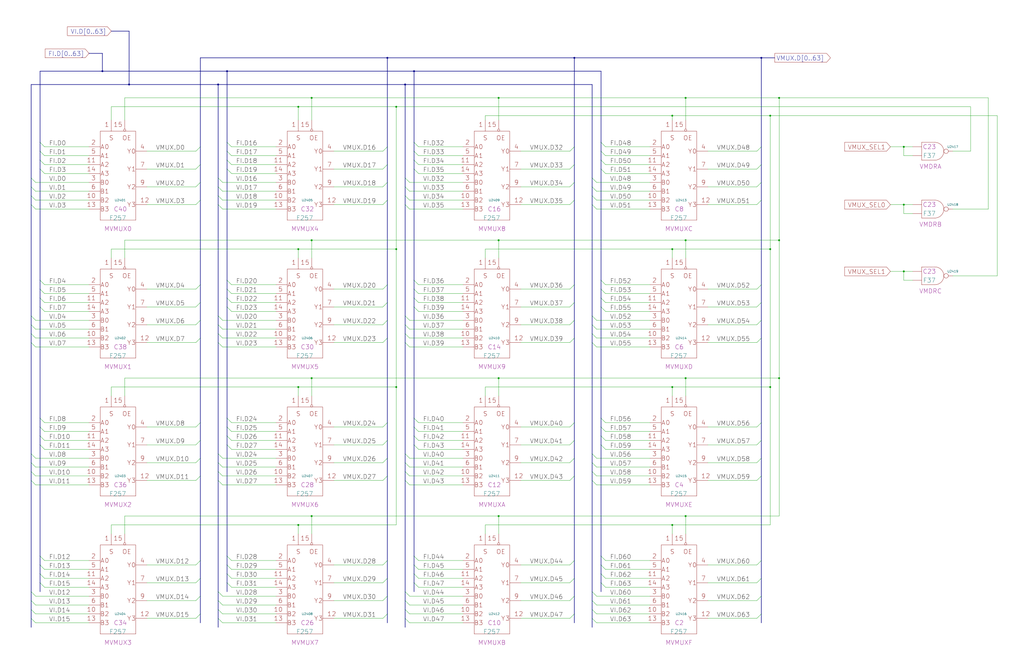
<source format=kicad_sch>
(kicad_sch (version 20211123) (generator eeschema)
  (paper "User" 584.2 378.46)
  (title_block (title "MERGE_VMUX\\nFIU AND VAL PART") (date "20-MAR-90") (rev "1.0") (comment 1 "FIU") (comment 2 "232-003065") (comment 3 "S400") (comment 4 "RELEASED"))
  (bus (pts (xy 114.3 104.14) (xy 114.3 114.3)))
  (bus (pts (xy 114.3 114.3) (xy 114.3 162.56)))
  (bus (pts (xy 114.3 162.56) (xy 114.3 172.72)))
  (bus (pts (xy 114.3 172.72) (xy 114.3 182.88)))
  (bus (pts (xy 114.3 182.88) (xy 114.3 193.04)))
  (bus (pts (xy 114.3 193.04) (xy 114.3 241.3)))
  (bus (pts (xy 114.3 241.3) (xy 114.3 251.46)))
  (bus (pts (xy 114.3 251.46) (xy 114.3 261.62)))
  (bus (pts (xy 114.3 261.62) (xy 114.3 271.78)))
  (bus (pts (xy 114.3 271.78) (xy 114.3 320.04)))
  (bus (pts (xy 114.3 320.04) (xy 114.3 330.2)))
  (bus (pts (xy 114.3 33.02) (xy 114.3 83.82)))
  (bus (pts (xy 114.3 33.02) (xy 220.98 33.02)))
  (bus (pts (xy 114.3 330.2) (xy 114.3 340.36)))
  (bus (pts (xy 114.3 340.36) (xy 114.3 350.52)))
  (bus (pts (xy 114.3 350.52) (xy 114.3 355.6)))
  (bus (pts (xy 114.3 83.82) (xy 114.3 93.98)))
  (bus (pts (xy 114.3 93.98) (xy 114.3 104.14)))
  (bus (pts (xy 124.46 101.6) (xy 124.46 106.68)))
  (bus (pts (xy 124.46 106.68) (xy 124.46 111.76)))
  (bus (pts (xy 124.46 111.76) (xy 124.46 116.84)))
  (bus (pts (xy 124.46 116.84) (xy 124.46 180.34)))
  (bus (pts (xy 124.46 180.34) (xy 124.46 185.42)))
  (bus (pts (xy 124.46 185.42) (xy 124.46 190.5)))
  (bus (pts (xy 124.46 190.5) (xy 124.46 195.58)))
  (bus (pts (xy 124.46 195.58) (xy 124.46 259.08)))
  (bus (pts (xy 124.46 259.08) (xy 124.46 264.16)))
  (bus (pts (xy 124.46 264.16) (xy 124.46 269.24)))
  (bus (pts (xy 124.46 269.24) (xy 124.46 274.32)))
  (bus (pts (xy 124.46 274.32) (xy 124.46 337.82)))
  (bus (pts (xy 124.46 337.82) (xy 124.46 342.9)))
  (bus (pts (xy 124.46 342.9) (xy 124.46 347.98)))
  (bus (pts (xy 124.46 347.98) (xy 124.46 353.06)))
  (bus (pts (xy 124.46 353.06) (xy 124.46 358.14)))
  (bus (pts (xy 124.46 48.26) (xy 124.46 101.6)))
  (bus (pts (xy 124.46 48.26) (xy 231.14 48.26)))
  (bus (pts (xy 129.54 160.02) (xy 129.54 165.1)))
  (bus (pts (xy 129.54 165.1) (xy 129.54 170.18)))
  (bus (pts (xy 129.54 170.18) (xy 129.54 175.26)))
  (bus (pts (xy 129.54 175.26) (xy 129.54 238.76)))
  (bus (pts (xy 129.54 238.76) (xy 129.54 243.84)))
  (bus (pts (xy 129.54 243.84) (xy 129.54 248.92)))
  (bus (pts (xy 129.54 248.92) (xy 129.54 254)))
  (bus (pts (xy 129.54 254) (xy 129.54 317.5)))
  (bus (pts (xy 129.54 317.5) (xy 129.54 322.58)))
  (bus (pts (xy 129.54 322.58) (xy 129.54 327.66)))
  (bus (pts (xy 129.54 327.66) (xy 129.54 332.74)))
  (bus (pts (xy 129.54 332.74) (xy 129.54 337.82)))
  (bus (pts (xy 129.54 40.64) (xy 129.54 81.28)))
  (bus (pts (xy 129.54 40.64) (xy 236.22 40.64)))
  (bus (pts (xy 129.54 81.28) (xy 129.54 86.36)))
  (bus (pts (xy 129.54 86.36) (xy 129.54 91.44)))
  (bus (pts (xy 129.54 91.44) (xy 129.54 96.52)))
  (bus (pts (xy 129.54 96.52) (xy 129.54 160.02)))
  (bus (pts (xy 17.78 101.6) (xy 17.78 106.68)))
  (bus (pts (xy 17.78 106.68) (xy 17.78 111.76)))
  (bus (pts (xy 17.78 111.76) (xy 17.78 116.84)))
  (bus (pts (xy 17.78 116.84) (xy 17.78 180.34)))
  (bus (pts (xy 17.78 180.34) (xy 17.78 185.42)))
  (bus (pts (xy 17.78 185.42) (xy 17.78 190.5)))
  (bus (pts (xy 17.78 190.5) (xy 17.78 195.58)))
  (bus (pts (xy 17.78 195.58) (xy 17.78 259.08)))
  (bus (pts (xy 17.78 259.08) (xy 17.78 264.16)))
  (bus (pts (xy 17.78 264.16) (xy 17.78 269.24)))
  (bus (pts (xy 17.78 269.24) (xy 17.78 274.32)))
  (bus (pts (xy 17.78 274.32) (xy 17.78 337.82)))
  (bus (pts (xy 17.78 337.82) (xy 17.78 342.9)))
  (bus (pts (xy 17.78 342.9) (xy 17.78 347.98)))
  (bus (pts (xy 17.78 347.98) (xy 17.78 353.06)))
  (bus (pts (xy 17.78 353.06) (xy 17.78 358.14)))
  (bus (pts (xy 17.78 48.26) (xy 17.78 101.6)))
  (bus (pts (xy 17.78 48.26) (xy 73.66 48.26)))
  (bus (pts (xy 22.86 160.02) (xy 22.86 165.1)))
  (bus (pts (xy 22.86 165.1) (xy 22.86 170.18)))
  (bus (pts (xy 22.86 170.18) (xy 22.86 175.26)))
  (bus (pts (xy 22.86 175.26) (xy 22.86 238.76)))
  (bus (pts (xy 22.86 238.76) (xy 22.86 243.84)))
  (bus (pts (xy 22.86 243.84) (xy 22.86 248.92)))
  (bus (pts (xy 22.86 248.92) (xy 22.86 254)))
  (bus (pts (xy 22.86 254) (xy 22.86 317.5)))
  (bus (pts (xy 22.86 317.5) (xy 22.86 322.58)))
  (bus (pts (xy 22.86 322.58) (xy 22.86 327.66)))
  (bus (pts (xy 22.86 327.66) (xy 22.86 332.74)))
  (bus (pts (xy 22.86 332.74) (xy 22.86 337.82)))
  (bus (pts (xy 22.86 40.64) (xy 22.86 81.28)))
  (bus (pts (xy 22.86 40.64) (xy 58.42 40.64)))
  (bus (pts (xy 22.86 81.28) (xy 22.86 86.36)))
  (bus (pts (xy 22.86 86.36) (xy 22.86 91.44)))
  (bus (pts (xy 22.86 91.44) (xy 22.86 96.52)))
  (bus (pts (xy 22.86 96.52) (xy 22.86 160.02)))
  (bus (pts (xy 220.98 104.14) (xy 220.98 114.3)))
  (bus (pts (xy 220.98 114.3) (xy 220.98 162.56)))
  (bus (pts (xy 220.98 162.56) (xy 220.98 172.72)))
  (bus (pts (xy 220.98 172.72) (xy 220.98 182.88)))
  (bus (pts (xy 220.98 182.88) (xy 220.98 193.04)))
  (bus (pts (xy 220.98 193.04) (xy 220.98 241.3)))
  (bus (pts (xy 220.98 241.3) (xy 220.98 251.46)))
  (bus (pts (xy 220.98 251.46) (xy 220.98 261.62)))
  (bus (pts (xy 220.98 261.62) (xy 220.98 271.78)))
  (bus (pts (xy 220.98 271.78) (xy 220.98 320.04)))
  (bus (pts (xy 220.98 320.04) (xy 220.98 330.2)))
  (bus (pts (xy 220.98 33.02) (xy 220.98 83.82)))
  (bus (pts (xy 220.98 33.02) (xy 327.66 33.02)))
  (bus (pts (xy 220.98 330.2) (xy 220.98 340.36)))
  (bus (pts (xy 220.98 340.36) (xy 220.98 350.52)))
  (bus (pts (xy 220.98 350.52) (xy 220.98 355.6)))
  (bus (pts (xy 220.98 83.82) (xy 220.98 93.98)))
  (bus (pts (xy 220.98 93.98) (xy 220.98 104.14)))
  (bus (pts (xy 231.14 101.6) (xy 231.14 106.68)))
  (bus (pts (xy 231.14 106.68) (xy 231.14 111.76)))
  (bus (pts (xy 231.14 111.76) (xy 231.14 116.84)))
  (bus (pts (xy 231.14 116.84) (xy 231.14 180.34)))
  (bus (pts (xy 231.14 180.34) (xy 231.14 185.42)))
  (bus (pts (xy 231.14 185.42) (xy 231.14 190.5)))
  (bus (pts (xy 231.14 190.5) (xy 231.14 195.58)))
  (bus (pts (xy 231.14 195.58) (xy 231.14 259.08)))
  (bus (pts (xy 231.14 259.08) (xy 231.14 264.16)))
  (bus (pts (xy 231.14 264.16) (xy 231.14 269.24)))
  (bus (pts (xy 231.14 269.24) (xy 231.14 274.32)))
  (bus (pts (xy 231.14 274.32) (xy 231.14 337.82)))
  (bus (pts (xy 231.14 337.82) (xy 231.14 342.9)))
  (bus (pts (xy 231.14 342.9) (xy 231.14 347.98)))
  (bus (pts (xy 231.14 347.98) (xy 231.14 353.06)))
  (bus (pts (xy 231.14 353.06) (xy 231.14 358.14)))
  (bus (pts (xy 231.14 48.26) (xy 231.14 101.6)))
  (bus (pts (xy 231.14 48.26) (xy 337.82 48.26)))
  (bus (pts (xy 236.22 160.02) (xy 236.22 165.1)))
  (bus (pts (xy 236.22 165.1) (xy 236.22 170.18)))
  (bus (pts (xy 236.22 170.18) (xy 236.22 175.26)))
  (bus (pts (xy 236.22 175.26) (xy 236.22 238.76)))
  (bus (pts (xy 236.22 238.76) (xy 236.22 243.84)))
  (bus (pts (xy 236.22 243.84) (xy 236.22 248.92)))
  (bus (pts (xy 236.22 248.92) (xy 236.22 254)))
  (bus (pts (xy 236.22 254) (xy 236.22 317.5)))
  (bus (pts (xy 236.22 317.5) (xy 236.22 322.58)))
  (bus (pts (xy 236.22 322.58) (xy 236.22 327.66)))
  (bus (pts (xy 236.22 327.66) (xy 236.22 332.74)))
  (bus (pts (xy 236.22 332.74) (xy 236.22 337.82)))
  (bus (pts (xy 236.22 40.64) (xy 236.22 81.28)))
  (bus (pts (xy 236.22 40.64) (xy 342.9 40.64)))
  (bus (pts (xy 236.22 81.28) (xy 236.22 86.36)))
  (bus (pts (xy 236.22 86.36) (xy 236.22 91.44)))
  (bus (pts (xy 236.22 91.44) (xy 236.22 96.52)))
  (bus (pts (xy 236.22 96.52) (xy 236.22 160.02)))
  (bus (pts (xy 327.66 104.14) (xy 327.66 114.3)))
  (bus (pts (xy 327.66 114.3) (xy 327.66 162.56)))
  (bus (pts (xy 327.66 162.56) (xy 327.66 172.72)))
  (bus (pts (xy 327.66 172.72) (xy 327.66 182.88)))
  (bus (pts (xy 327.66 182.88) (xy 327.66 193.04)))
  (bus (pts (xy 327.66 193.04) (xy 327.66 241.3)))
  (bus (pts (xy 327.66 241.3) (xy 327.66 251.46)))
  (bus (pts (xy 327.66 251.46) (xy 327.66 261.62)))
  (bus (pts (xy 327.66 261.62) (xy 327.66 271.78)))
  (bus (pts (xy 327.66 271.78) (xy 327.66 320.04)))
  (bus (pts (xy 327.66 320.04) (xy 327.66 330.2)))
  (bus (pts (xy 327.66 33.02) (xy 327.66 83.82)))
  (bus (pts (xy 327.66 33.02) (xy 434.34 33.02)))
  (bus (pts (xy 327.66 330.2) (xy 327.66 340.36)))
  (bus (pts (xy 327.66 340.36) (xy 327.66 350.52)))
  (bus (pts (xy 327.66 350.52) (xy 327.66 355.6)))
  (bus (pts (xy 327.66 83.82) (xy 327.66 93.98)))
  (bus (pts (xy 327.66 93.98) (xy 327.66 104.14)))
  (bus (pts (xy 337.82 101.6) (xy 337.82 106.68)))
  (bus (pts (xy 337.82 106.68) (xy 337.82 111.76)))
  (bus (pts (xy 337.82 111.76) (xy 337.82 116.84)))
  (bus (pts (xy 337.82 116.84) (xy 337.82 180.34)))
  (bus (pts (xy 337.82 180.34) (xy 337.82 185.42)))
  (bus (pts (xy 337.82 185.42) (xy 337.82 190.5)))
  (bus (pts (xy 337.82 190.5) (xy 337.82 195.58)))
  (bus (pts (xy 337.82 195.58) (xy 337.82 259.08)))
  (bus (pts (xy 337.82 259.08) (xy 337.82 264.16)))
  (bus (pts (xy 337.82 264.16) (xy 337.82 269.24)))
  (bus (pts (xy 337.82 269.24) (xy 337.82 274.32)))
  (bus (pts (xy 337.82 274.32) (xy 337.82 337.82)))
  (bus (pts (xy 337.82 337.82) (xy 337.82 342.9)))
  (bus (pts (xy 337.82 342.9) (xy 337.82 347.98)))
  (bus (pts (xy 337.82 347.98) (xy 337.82 353.06)))
  (bus (pts (xy 337.82 353.06) (xy 337.82 358.14)))
  (bus (pts (xy 337.82 48.26) (xy 337.82 101.6)))
  (bus (pts (xy 342.9 160.02) (xy 342.9 165.1)))
  (bus (pts (xy 342.9 165.1) (xy 342.9 170.18)))
  (bus (pts (xy 342.9 170.18) (xy 342.9 175.26)))
  (bus (pts (xy 342.9 175.26) (xy 342.9 238.76)))
  (bus (pts (xy 342.9 238.76) (xy 342.9 243.84)))
  (bus (pts (xy 342.9 243.84) (xy 342.9 248.92)))
  (bus (pts (xy 342.9 248.92) (xy 342.9 254)))
  (bus (pts (xy 342.9 254) (xy 342.9 317.5)))
  (bus (pts (xy 342.9 317.5) (xy 342.9 322.58)))
  (bus (pts (xy 342.9 322.58) (xy 342.9 327.66)))
  (bus (pts (xy 342.9 327.66) (xy 342.9 332.74)))
  (bus (pts (xy 342.9 332.74) (xy 342.9 337.82)))
  (bus (pts (xy 342.9 40.64) (xy 342.9 81.28)))
  (bus (pts (xy 342.9 81.28) (xy 342.9 86.36)))
  (bus (pts (xy 342.9 86.36) (xy 342.9 91.44)))
  (bus (pts (xy 342.9 91.44) (xy 342.9 96.52)))
  (bus (pts (xy 342.9 96.52) (xy 342.9 160.02)))
  (bus (pts (xy 434.34 104.14) (xy 434.34 114.3)))
  (bus (pts (xy 434.34 114.3) (xy 434.34 162.56)))
  (bus (pts (xy 434.34 162.56) (xy 434.34 172.72)))
  (bus (pts (xy 434.34 172.72) (xy 434.34 182.88)))
  (bus (pts (xy 434.34 182.88) (xy 434.34 193.04)))
  (bus (pts (xy 434.34 193.04) (xy 434.34 241.3)))
  (bus (pts (xy 434.34 241.3) (xy 434.34 251.46)))
  (bus (pts (xy 434.34 251.46) (xy 434.34 261.62)))
  (bus (pts (xy 434.34 261.62) (xy 434.34 271.78)))
  (bus (pts (xy 434.34 271.78) (xy 434.34 320.04)))
  (bus (pts (xy 434.34 320.04) (xy 434.34 330.2)))
  (bus (pts (xy 434.34 33.02) (xy 434.34 83.82)))
  (bus (pts (xy 434.34 33.02) (xy 441.96 33.02)))
  (bus (pts (xy 434.34 330.2) (xy 434.34 340.36)))
  (bus (pts (xy 434.34 340.36) (xy 434.34 350.52)))
  (bus (pts (xy 434.34 350.52) (xy 434.34 355.6)))
  (bus (pts (xy 434.34 83.82) (xy 434.34 93.98)))
  (bus (pts (xy 434.34 93.98) (xy 434.34 104.14)))
  (bus (pts (xy 50.8 30.48) (xy 58.42 30.48)))
  (bus (pts (xy 58.42 30.48) (xy 58.42 40.64)))
  (bus (pts (xy 58.42 40.64) (xy 129.54 40.64)))
  (bus (pts (xy 63.5 17.78) (xy 73.66 17.78)))
  (bus (pts (xy 73.66 17.78) (xy 73.66 48.26)))
  (bus (pts (xy 73.66 48.26) (xy 124.46 48.26)))
  (wire (pts (xy 127 104.14) (xy 157.48 104.14)))
  (wire (pts (xy 127 109.22) (xy 157.48 109.22)))
  (wire (pts (xy 127 114.3) (xy 157.48 114.3)))
  (wire (pts (xy 127 119.38) (xy 157.48 119.38)))
  (wire (pts (xy 127 182.88) (xy 157.48 182.88)))
  (wire (pts (xy 127 187.96) (xy 157.48 187.96)))
  (wire (pts (xy 127 193.04) (xy 157.48 193.04)))
  (wire (pts (xy 127 198.12) (xy 157.48 198.12)))
  (wire (pts (xy 127 261.62) (xy 157.48 261.62)))
  (wire (pts (xy 127 266.7) (xy 157.48 266.7)))
  (wire (pts (xy 127 271.78) (xy 157.48 271.78)))
  (wire (pts (xy 127 276.86) (xy 157.48 276.86)))
  (wire (pts (xy 127 340.36) (xy 157.48 340.36)))
  (wire (pts (xy 127 345.44) (xy 157.48 345.44)))
  (wire (pts (xy 127 350.52) (xy 157.48 350.52)))
  (wire (pts (xy 127 355.6) (xy 157.48 355.6)))
  (wire (pts (xy 132.08 162.56) (xy 157.48 162.56)))
  (wire (pts (xy 132.08 167.64) (xy 157.48 167.64)))
  (wire (pts (xy 132.08 172.72) (xy 157.48 172.72)))
  (wire (pts (xy 132.08 177.8) (xy 157.48 177.8)))
  (wire (pts (xy 132.08 241.3) (xy 157.48 241.3)))
  (wire (pts (xy 132.08 246.38) (xy 157.48 246.38)))
  (wire (pts (xy 132.08 251.46) (xy 157.48 251.46)))
  (wire (pts (xy 132.08 256.54) (xy 157.48 256.54)))
  (wire (pts (xy 132.08 320.04) (xy 157.48 320.04)))
  (wire (pts (xy 132.08 325.12) (xy 157.48 325.12)))
  (wire (pts (xy 132.08 330.2) (xy 157.48 330.2)))
  (wire (pts (xy 132.08 335.28) (xy 157.48 335.28)))
  (wire (pts (xy 132.08 83.82) (xy 157.48 83.82)))
  (wire (pts (xy 132.08 88.9) (xy 157.48 88.9)))
  (wire (pts (xy 132.08 93.98) (xy 157.48 93.98)))
  (wire (pts (xy 132.08 99.06) (xy 157.48 99.06)))
  (wire (pts (xy 170.18 142.24) (xy 170.18 147.32)))
  (wire (pts (xy 170.18 142.24) (xy 226.06 142.24)))
  (wire (pts (xy 170.18 220.98) (xy 170.18 226.06)))
  (wire (pts (xy 170.18 220.98) (xy 226.06 220.98)))
  (wire (pts (xy 170.18 299.72) (xy 170.18 304.8)))
  (wire (pts (xy 170.18 299.72) (xy 63.5 299.72)))
  (wire (pts (xy 170.18 60.96) (xy 170.18 68.58)))
  (wire (pts (xy 170.18 60.96) (xy 226.06 60.96)))
  (wire (pts (xy 177.8 137.16) (xy 177.8 147.32)))
  (wire (pts (xy 177.8 137.16) (xy 284.48 137.16)))
  (wire (pts (xy 177.8 215.9) (xy 177.8 226.06)))
  (wire (pts (xy 177.8 215.9) (xy 284.48 215.9)))
  (wire (pts (xy 177.8 294.64) (xy 177.8 304.8)))
  (wire (pts (xy 177.8 294.64) (xy 71.12 294.64)))
  (wire (pts (xy 177.8 55.88) (xy 177.8 68.58)))
  (wire (pts (xy 177.8 55.88) (xy 284.48 55.88)))
  (wire (pts (xy 190.5 106.68) (xy 218.44 106.68)))
  (wire (pts (xy 190.5 116.84) (xy 218.44 116.84)))
  (wire (pts (xy 190.5 165.1) (xy 218.44 165.1)))
  (wire (pts (xy 190.5 175.26) (xy 218.44 175.26)))
  (wire (pts (xy 190.5 185.42) (xy 218.44 185.42)))
  (wire (pts (xy 190.5 195.58) (xy 218.44 195.58)))
  (wire (pts (xy 190.5 243.84) (xy 218.44 243.84)))
  (wire (pts (xy 190.5 254) (xy 218.44 254)))
  (wire (pts (xy 190.5 264.16) (xy 218.44 264.16)))
  (wire (pts (xy 190.5 274.32) (xy 218.44 274.32)))
  (wire (pts (xy 190.5 322.58) (xy 218.44 322.58)))
  (wire (pts (xy 190.5 332.74) (xy 218.44 332.74)))
  (wire (pts (xy 190.5 342.9) (xy 218.44 342.9)))
  (wire (pts (xy 190.5 353.06) (xy 218.44 353.06)))
  (wire (pts (xy 190.5 86.36) (xy 218.44 86.36)))
  (wire (pts (xy 190.5 96.52) (xy 218.44 96.52)))
  (wire (pts (xy 20.32 104.14) (xy 50.8 104.14)))
  (wire (pts (xy 20.32 109.22) (xy 50.8 109.22)))
  (wire (pts (xy 20.32 114.3) (xy 50.8 114.3)))
  (wire (pts (xy 20.32 119.38) (xy 50.8 119.38)))
  (wire (pts (xy 20.32 182.88) (xy 50.8 182.88)))
  (wire (pts (xy 20.32 187.96) (xy 50.8 187.96)))
  (wire (pts (xy 20.32 193.04) (xy 50.8 193.04)))
  (wire (pts (xy 20.32 198.12) (xy 50.8 198.12)))
  (wire (pts (xy 20.32 261.62) (xy 50.8 261.62)))
  (wire (pts (xy 20.32 266.7) (xy 50.8 266.7)))
  (wire (pts (xy 20.32 271.78) (xy 50.8 271.78)))
  (wire (pts (xy 20.32 276.86) (xy 50.8 276.86)))
  (wire (pts (xy 20.32 340.36) (xy 50.8 340.36)))
  (wire (pts (xy 20.32 345.44) (xy 50.8 345.44)))
  (wire (pts (xy 20.32 350.52) (xy 50.8 350.52)))
  (wire (pts (xy 20.32 355.6) (xy 50.8 355.6)))
  (wire (pts (xy 226.06 142.24) (xy 226.06 220.98)))
  (wire (pts (xy 226.06 220.98) (xy 226.06 299.72)))
  (wire (pts (xy 226.06 299.72) (xy 170.18 299.72)))
  (wire (pts (xy 226.06 60.96) (xy 226.06 142.24)))
  (wire (pts (xy 226.06 60.96) (xy 553.72 60.96)))
  (wire (pts (xy 233.68 104.14) (xy 264.16 104.14)))
  (wire (pts (xy 233.68 109.22) (xy 264.16 109.22)))
  (wire (pts (xy 233.68 114.3) (xy 264.16 114.3)))
  (wire (pts (xy 233.68 119.38) (xy 264.16 119.38)))
  (wire (pts (xy 233.68 182.88) (xy 264.16 182.88)))
  (wire (pts (xy 233.68 187.96) (xy 264.16 187.96)))
  (wire (pts (xy 233.68 193.04) (xy 264.16 193.04)))
  (wire (pts (xy 233.68 198.12) (xy 264.16 198.12)))
  (wire (pts (xy 233.68 261.62) (xy 264.16 261.62)))
  (wire (pts (xy 233.68 266.7) (xy 264.16 266.7)))
  (wire (pts (xy 233.68 271.78) (xy 264.16 271.78)))
  (wire (pts (xy 233.68 276.86) (xy 264.16 276.86)))
  (wire (pts (xy 233.68 340.36) (xy 264.16 340.36)))
  (wire (pts (xy 233.68 345.44) (xy 264.16 345.44)))
  (wire (pts (xy 233.68 350.52) (xy 264.16 350.52)))
  (wire (pts (xy 233.68 355.6) (xy 264.16 355.6)))
  (wire (pts (xy 238.76 162.56) (xy 264.16 162.56)))
  (wire (pts (xy 238.76 167.64) (xy 264.16 167.64)))
  (wire (pts (xy 238.76 172.72) (xy 264.16 172.72)))
  (wire (pts (xy 238.76 177.8) (xy 264.16 177.8)))
  (wire (pts (xy 238.76 241.3) (xy 264.16 241.3)))
  (wire (pts (xy 238.76 246.38) (xy 264.16 246.38)))
  (wire (pts (xy 238.76 251.46) (xy 264.16 251.46)))
  (wire (pts (xy 238.76 256.54) (xy 264.16 256.54)))
  (wire (pts (xy 238.76 320.04) (xy 264.16 320.04)))
  (wire (pts (xy 238.76 325.12) (xy 264.16 325.12)))
  (wire (pts (xy 238.76 330.2) (xy 264.16 330.2)))
  (wire (pts (xy 238.76 335.28) (xy 264.16 335.28)))
  (wire (pts (xy 238.76 83.82) (xy 264.16 83.82)))
  (wire (pts (xy 238.76 88.9) (xy 264.16 88.9)))
  (wire (pts (xy 238.76 93.98) (xy 264.16 93.98)))
  (wire (pts (xy 238.76 99.06) (xy 264.16 99.06)))
  (wire (pts (xy 25.4 162.56) (xy 50.8 162.56)))
  (wire (pts (xy 25.4 167.64) (xy 50.8 167.64)))
  (wire (pts (xy 25.4 172.72) (xy 50.8 172.72)))
  (wire (pts (xy 25.4 177.8) (xy 50.8 177.8)))
  (wire (pts (xy 25.4 241.3) (xy 50.8 241.3)))
  (wire (pts (xy 25.4 246.38) (xy 50.8 246.38)))
  (wire (pts (xy 25.4 251.46) (xy 50.8 251.46)))
  (wire (pts (xy 25.4 256.54) (xy 50.8 256.54)))
  (wire (pts (xy 25.4 320.04) (xy 50.8 320.04)))
  (wire (pts (xy 25.4 325.12) (xy 50.8 325.12)))
  (wire (pts (xy 25.4 330.2) (xy 50.8 330.2)))
  (wire (pts (xy 25.4 335.28) (xy 50.8 335.28)))
  (wire (pts (xy 25.4 83.82) (xy 50.8 83.82)))
  (wire (pts (xy 25.4 88.9) (xy 50.8 88.9)))
  (wire (pts (xy 25.4 93.98) (xy 50.8 93.98)))
  (wire (pts (xy 25.4 99.06) (xy 50.8 99.06)))
  (wire (pts (xy 276.86 142.24) (xy 276.86 147.32)))
  (wire (pts (xy 276.86 142.24) (xy 383.54 142.24)))
  (wire (pts (xy 276.86 220.98) (xy 276.86 226.06)))
  (wire (pts (xy 276.86 220.98) (xy 383.54 220.98)))
  (wire (pts (xy 276.86 299.72) (xy 276.86 304.8)))
  (wire (pts (xy 276.86 66.04) (xy 276.86 68.58)))
  (wire (pts (xy 276.86 66.04) (xy 383.54 66.04)))
  (wire (pts (xy 284.48 137.16) (xy 284.48 147.32)))
  (wire (pts (xy 284.48 137.16) (xy 391.16 137.16)))
  (wire (pts (xy 284.48 215.9) (xy 284.48 226.06)))
  (wire (pts (xy 284.48 215.9) (xy 391.16 215.9)))
  (wire (pts (xy 284.48 294.64) (xy 177.8 294.64)))
  (wire (pts (xy 284.48 294.64) (xy 284.48 304.8)))
  (wire (pts (xy 284.48 55.88) (xy 284.48 68.58)))
  (wire (pts (xy 284.48 55.88) (xy 391.16 55.88)))
  (wire (pts (xy 297.18 106.68) (xy 325.12 106.68)))
  (wire (pts (xy 297.18 116.84) (xy 325.12 116.84)))
  (wire (pts (xy 297.18 165.1) (xy 325.12 165.1)))
  (wire (pts (xy 297.18 175.26) (xy 325.12 175.26)))
  (wire (pts (xy 297.18 185.42) (xy 325.12 185.42)))
  (wire (pts (xy 297.18 195.58) (xy 325.12 195.58)))
  (wire (pts (xy 297.18 243.84) (xy 325.12 243.84)))
  (wire (pts (xy 297.18 254) (xy 325.12 254)))
  (wire (pts (xy 297.18 264.16) (xy 325.12 264.16)))
  (wire (pts (xy 297.18 274.32) (xy 325.12 274.32)))
  (wire (pts (xy 297.18 322.58) (xy 325.12 322.58)))
  (wire (pts (xy 297.18 332.74) (xy 325.12 332.74)))
  (wire (pts (xy 297.18 342.9) (xy 325.12 342.9)))
  (wire (pts (xy 297.18 353.06) (xy 325.12 353.06)))
  (wire (pts (xy 297.18 86.36) (xy 325.12 86.36)))
  (wire (pts (xy 297.18 96.52) (xy 325.12 96.52)))
  (wire (pts (xy 340.36 104.14) (xy 370.84 104.14)))
  (wire (pts (xy 340.36 109.22) (xy 370.84 109.22)))
  (wire (pts (xy 340.36 114.3) (xy 370.84 114.3)))
  (wire (pts (xy 340.36 119.38) (xy 370.84 119.38)))
  (wire (pts (xy 340.36 182.88) (xy 370.84 182.88)))
  (wire (pts (xy 340.36 187.96) (xy 370.84 187.96)))
  (wire (pts (xy 340.36 193.04) (xy 370.84 193.04)))
  (wire (pts (xy 340.36 198.12) (xy 370.84 198.12)))
  (wire (pts (xy 340.36 261.62) (xy 370.84 261.62)))
  (wire (pts (xy 340.36 266.7) (xy 370.84 266.7)))
  (wire (pts (xy 340.36 271.78) (xy 370.84 271.78)))
  (wire (pts (xy 340.36 276.86) (xy 370.84 276.86)))
  (wire (pts (xy 340.36 340.36) (xy 370.84 340.36)))
  (wire (pts (xy 340.36 345.44) (xy 370.84 345.44)))
  (wire (pts (xy 340.36 350.52) (xy 370.84 350.52)))
  (wire (pts (xy 340.36 355.6) (xy 370.84 355.6)))
  (wire (pts (xy 345.44 162.56) (xy 370.84 162.56)))
  (wire (pts (xy 345.44 167.64) (xy 370.84 167.64)))
  (wire (pts (xy 345.44 172.72) (xy 370.84 172.72)))
  (wire (pts (xy 345.44 177.8) (xy 370.84 177.8)))
  (wire (pts (xy 345.44 241.3) (xy 370.84 241.3)))
  (wire (pts (xy 345.44 246.38) (xy 370.84 246.38)))
  (wire (pts (xy 345.44 251.46) (xy 370.84 251.46)))
  (wire (pts (xy 345.44 256.54) (xy 370.84 256.54)))
  (wire (pts (xy 345.44 320.04) (xy 370.84 320.04)))
  (wire (pts (xy 345.44 325.12) (xy 370.84 325.12)))
  (wire (pts (xy 345.44 330.2) (xy 370.84 330.2)))
  (wire (pts (xy 345.44 335.28) (xy 370.84 335.28)))
  (wire (pts (xy 345.44 83.82) (xy 370.84 83.82)))
  (wire (pts (xy 345.44 88.9) (xy 370.84 88.9)))
  (wire (pts (xy 345.44 93.98) (xy 370.84 93.98)))
  (wire (pts (xy 345.44 99.06) (xy 370.84 99.06)))
  (wire (pts (xy 383.54 142.24) (xy 383.54 147.32)))
  (wire (pts (xy 383.54 142.24) (xy 439.42 142.24)))
  (wire (pts (xy 383.54 220.98) (xy 383.54 226.06)))
  (wire (pts (xy 383.54 220.98) (xy 439.42 220.98)))
  (wire (pts (xy 383.54 299.72) (xy 276.86 299.72)))
  (wire (pts (xy 383.54 299.72) (xy 383.54 304.8)))
  (wire (pts (xy 383.54 66.04) (xy 383.54 68.58)))
  (wire (pts (xy 383.54 66.04) (xy 439.42 66.04)))
  (wire (pts (xy 391.16 137.16) (xy 391.16 147.32)))
  (wire (pts (xy 391.16 137.16) (xy 444.5 137.16)))
  (wire (pts (xy 391.16 215.9) (xy 391.16 226.06)))
  (wire (pts (xy 391.16 215.9) (xy 444.5 215.9)))
  (wire (pts (xy 391.16 294.64) (xy 284.48 294.64)))
  (wire (pts (xy 391.16 294.64) (xy 391.16 304.8)))
  (wire (pts (xy 391.16 55.88) (xy 391.16 68.58)))
  (wire (pts (xy 391.16 55.88) (xy 444.5 55.88)))
  (wire (pts (xy 403.86 106.68) (xy 431.8 106.68)))
  (wire (pts (xy 403.86 116.84) (xy 431.8 116.84)))
  (wire (pts (xy 403.86 165.1) (xy 431.8 165.1)))
  (wire (pts (xy 403.86 175.26) (xy 431.8 175.26)))
  (wire (pts (xy 403.86 185.42) (xy 431.8 185.42)))
  (wire (pts (xy 403.86 195.58) (xy 431.8 195.58)))
  (wire (pts (xy 403.86 243.84) (xy 431.8 243.84)))
  (wire (pts (xy 403.86 254) (xy 431.8 254)))
  (wire (pts (xy 403.86 264.16) (xy 431.8 264.16)))
  (wire (pts (xy 403.86 274.32) (xy 431.8 274.32)))
  (wire (pts (xy 403.86 322.58) (xy 431.8 322.58)))
  (wire (pts (xy 403.86 332.74) (xy 431.8 332.74)))
  (wire (pts (xy 403.86 342.9) (xy 431.8 342.9)))
  (wire (pts (xy 403.86 353.06) (xy 431.8 353.06)))
  (wire (pts (xy 403.86 86.36) (xy 431.8 86.36)))
  (wire (pts (xy 403.86 96.52) (xy 431.8 96.52)))
  (wire (pts (xy 439.42 142.24) (xy 439.42 220.98)))
  (wire (pts (xy 439.42 220.98) (xy 439.42 299.72)))
  (wire (pts (xy 439.42 299.72) (xy 383.54 299.72)))
  (wire (pts (xy 439.42 66.04) (xy 439.42 142.24)))
  (wire (pts (xy 439.42 66.04) (xy 568.96 66.04)))
  (wire (pts (xy 444.5 137.16) (xy 444.5 215.9)))
  (wire (pts (xy 444.5 215.9) (xy 444.5 294.64)))
  (wire (pts (xy 444.5 294.64) (xy 391.16 294.64)))
  (wire (pts (xy 444.5 55.88) (xy 444.5 137.16)))
  (wire (pts (xy 444.5 55.88) (xy 563.88 55.88)))
  (wire (pts (xy 508 116.84) (xy 515.62 116.84)))
  (wire (pts (xy 508 154.94) (xy 515.62 154.94)))
  (wire (pts (xy 508 83.82) (xy 515.62 83.82)))
  (wire (pts (xy 515.62 116.84) (xy 520.7 116.84)))
  (wire (pts (xy 515.62 121.92) (xy 515.62 116.84)))
  (wire (pts (xy 515.62 154.94) (xy 520.7 154.94)))
  (wire (pts (xy 515.62 160.02) (xy 515.62 154.94)))
  (wire (pts (xy 515.62 83.82) (xy 520.7 83.82)))
  (wire (pts (xy 515.62 88.9) (xy 515.62 83.82)))
  (wire (pts (xy 520.7 121.92) (xy 515.62 121.92)))
  (wire (pts (xy 520.7 160.02) (xy 515.62 160.02)))
  (wire (pts (xy 520.7 88.9) (xy 515.62 88.9)))
  (wire (pts (xy 553.72 60.96) (xy 553.72 86.36)))
  (wire (pts (xy 553.72 86.36) (xy 543.56 86.36)))
  (wire (pts (xy 563.88 119.38) (xy 543.56 119.38)))
  (wire (pts (xy 563.88 55.88) (xy 563.88 119.38)))
  (wire (pts (xy 568.96 157.48) (xy 543.56 157.48)))
  (wire (pts (xy 568.96 66.04) (xy 568.96 157.48)))
  (wire (pts (xy 63.5 142.24) (xy 170.18 142.24)))
  (wire (pts (xy 63.5 142.24) (xy 63.5 147.32)))
  (wire (pts (xy 63.5 220.98) (xy 170.18 220.98)))
  (wire (pts (xy 63.5 220.98) (xy 63.5 226.06)))
  (wire (pts (xy 63.5 299.72) (xy 63.5 304.8)))
  (wire (pts (xy 63.5 60.96) (xy 170.18 60.96)))
  (wire (pts (xy 63.5 60.96) (xy 63.5 68.58)))
  (wire (pts (xy 71.12 137.16) (xy 177.8 137.16)))
  (wire (pts (xy 71.12 137.16) (xy 71.12 147.32)))
  (wire (pts (xy 71.12 215.9) (xy 177.8 215.9)))
  (wire (pts (xy 71.12 215.9) (xy 71.12 226.06)))
  (wire (pts (xy 71.12 294.64) (xy 71.12 304.8)))
  (wire (pts (xy 71.12 55.88) (xy 177.8 55.88)))
  (wire (pts (xy 71.12 55.88) (xy 71.12 68.58)))
  (wire (pts (xy 83.82 106.68) (xy 111.76 106.68)))
  (wire (pts (xy 83.82 116.84) (xy 111.76 116.84)))
  (wire (pts (xy 83.82 165.1) (xy 111.76 165.1)))
  (wire (pts (xy 83.82 175.26) (xy 111.76 175.26)))
  (wire (pts (xy 83.82 185.42) (xy 111.76 185.42)))
  (wire (pts (xy 83.82 195.58) (xy 111.76 195.58)))
  (wire (pts (xy 83.82 243.84) (xy 111.76 243.84)))
  (wire (pts (xy 83.82 254) (xy 111.76 254)))
  (wire (pts (xy 83.82 264.16) (xy 111.76 264.16)))
  (wire (pts (xy 83.82 274.32) (xy 111.76 274.32)))
  (wire (pts (xy 83.82 322.58) (xy 111.76 322.58)))
  (wire (pts (xy 83.82 332.74) (xy 111.76 332.74)))
  (wire (pts (xy 83.82 342.9) (xy 111.76 342.9)))
  (wire (pts (xy 83.82 353.06) (xy 111.76 353.06)))
  (wire (pts (xy 83.82 86.36) (xy 111.76 86.36)))
  (wire (pts (xy 83.82 96.52) (xy 111.76 96.52)))
  (bus_entry (at 17.78 101.6) (size 2.54 2.54))
  (bus_entry (at 17.78 106.68) (size 2.54 2.54))
  (bus_entry (at 17.78 111.76) (size 2.54 2.54))
  (bus_entry (at 17.78 116.84) (size 2.54 2.54))
  (bus_entry (at 17.78 180.34) (size 2.54 2.54))
  (bus_entry (at 17.78 185.42) (size 2.54 2.54))
  (bus_entry (at 17.78 190.5) (size 2.54 2.54))
  (bus_entry (at 17.78 195.58) (size 2.54 2.54))
  (bus_entry (at 17.78 259.08) (size 2.54 2.54))
  (bus_entry (at 17.78 264.16) (size 2.54 2.54))
  (bus_entry (at 17.78 269.24) (size 2.54 2.54))
  (bus_entry (at 17.78 274.32) (size 2.54 2.54))
  (bus_entry (at 17.78 337.82) (size 2.54 2.54))
  (bus_entry (at 17.78 342.9) (size 2.54 2.54))
  (bus_entry (at 17.78 347.98) (size 2.54 2.54))
  (bus_entry (at 17.78 353.06) (size 2.54 2.54))
  (bus_entry (at 22.86 81.28) (size 2.54 2.54))
  (bus_entry (at 22.86 86.36) (size 2.54 2.54))
  (bus_entry (at 22.86 91.44) (size 2.54 2.54))
  (bus_entry (at 22.86 96.52) (size 2.54 2.54))
  (bus_entry (at 22.86 160.02) (size 2.54 2.54))
  (bus_entry (at 22.86 165.1) (size 2.54 2.54))
  (bus_entry (at 22.86 170.18) (size 2.54 2.54))
  (bus_entry (at 22.86 175.26) (size 2.54 2.54))
  (bus_entry (at 22.86 238.76) (size 2.54 2.54))
  (bus_entry (at 22.86 243.84) (size 2.54 2.54))
  (bus_entry (at 22.86 248.92) (size 2.54 2.54))
  (bus_entry (at 22.86 254) (size 2.54 2.54))
  (bus_entry (at 22.86 317.5) (size 2.54 2.54))
  (bus_entry (at 22.86 322.58) (size 2.54 2.54))
  (bus_entry (at 22.86 327.66) (size 2.54 2.54))
  (bus_entry (at 22.86 332.74) (size 2.54 2.54))
  (label "FI.D0" (at 27.94 83.82 0) (effects (font (size 2.54 2.54))))
  (label "FI.D1" (at 27.94 88.9 0) (effects (font (size 2.54 2.54))))
  (label "FI.D2" (at 27.94 93.98 0) (effects (font (size 2.54 2.54))))
  (label "FI.D3" (at 27.94 99.06 0) (effects (font (size 2.54 2.54))))
  (label "VI.D0" (at 27.94 104.14 0) (effects (font (size 2.54 2.54))))
  (label "VI.D1" (at 27.94 109.22 0) (effects (font (size 2.54 2.54))))
  (label "VI.D2" (at 27.94 114.3 0) (effects (font (size 2.54 2.54))))
  (label "VI.D3" (at 27.94 119.38 0) (effects (font (size 2.54 2.54))))
  (label "FI.D4" (at 27.94 162.56 0) (effects (font (size 2.54 2.54))))
  (label "FI.D5" (at 27.94 167.64 0) (effects (font (size 2.54 2.54))))
  (label "FI.D6" (at 27.94 172.72 0) (effects (font (size 2.54 2.54))))
  (label "FI.D7" (at 27.94 177.8 0) (effects (font (size 2.54 2.54))))
  (label "VI.D4" (at 27.94 182.88 0) (effects (font (size 2.54 2.54))))
  (label "VI.D5" (at 27.94 187.96 0) (effects (font (size 2.54 2.54))))
  (label "VI.D6" (at 27.94 193.04 0) (effects (font (size 2.54 2.54))))
  (label "VI.D7" (at 27.94 198.12 0) (effects (font (size 2.54 2.54))))
  (label "FI.D8" (at 27.94 241.3 0) (effects (font (size 2.54 2.54))))
  (label "FI.D9" (at 27.94 246.38 0) (effects (font (size 2.54 2.54))))
  (label "FI.D10" (at 27.94 251.46 0) (effects (font (size 2.54 2.54))))
  (label "FI.D11" (at 27.94 256.54 0) (effects (font (size 2.54 2.54))))
  (label "VI.D8" (at 27.94 261.62 0) (effects (font (size 2.54 2.54))))
  (label "VI.D9" (at 27.94 266.7 0) (effects (font (size 2.54 2.54))))
  (label "VI.D10" (at 27.94 271.78 0) (effects (font (size 2.54 2.54))))
  (label "VI.D11" (at 27.94 276.86 0) (effects (font (size 2.54 2.54))))
  (label "FI.D12" (at 27.94 320.04 0) (effects (font (size 2.54 2.54))))
  (label "FI.D13" (at 27.94 325.12 0) (effects (font (size 2.54 2.54))))
  (label "FI.D14" (at 27.94 330.2 0) (effects (font (size 2.54 2.54))))
  (label "FI.D15" (at 27.94 335.28 0) (effects (font (size 2.54 2.54))))
  (label "VI.D12" (at 27.94 340.36 0) (effects (font (size 2.54 2.54))))
  (label "VI.D13" (at 27.94 345.44 0) (effects (font (size 2.54 2.54))))
  (label "VI.D14" (at 27.94 350.52 0) (effects (font (size 2.54 2.54))))
  (label "VI.D15" (at 27.94 355.6 0) (effects (font (size 2.54 2.54))))
  (global_label "FI.D[0..63]" (shape input) (at 50.8 30.48 180) (effects (font (size 2.54 2.54))) (property "Intersheet References" "${INTERSHEET_REFS}" (at 25.775 30.3213 0) (effects (font (size 2.54 2.54)) (justify right))))
  (junction (at 58.42 40.64))
  (global_label "VI.D[0..63]" (shape input) (at 63.5 17.78 180) (effects (font (size 2.54 2.54))) (property "Intersheet References" "${INTERSHEET_REFS}" (at 38.475 17.6213 0) (effects (font (size 2.54 2.54)) (justify right))))
  (symbol (lib_id "r1000:F257") (at 66.04 119.38 0) (unit 1)
    (property "Reference" "U2401" (at 68.58 114.3 0))
    (property "Value" "F257" (at 62.23 124.46 0) (effects (font (size 2.54 2.54)) (justify left)))
    (property "Location" "C40" (at 64.77 119.38 0) (effects (font (size 2.54 2.54)) (justify left)))
    (property "Name" "MVMUX0" (at 67.31 132.08 0) (effects (font (size 2.54 2.54)) (justify bottom)))
  )
  (symbol (lib_id "r1000:F257") (at 66.04 198.12 0) (unit 1)
    (property "Reference" "U2402" (at 68.58 193.04 0))
    (property "Value" "F257" (at 62.23 203.2 0) (effects (font (size 2.54 2.54)) (justify left)))
    (property "Location" "C38" (at 64.77 198.12 0) (effects (font (size 2.54 2.54)) (justify left)))
    (property "Name" "MVMUX1" (at 67.31 210.82 0) (effects (font (size 2.54 2.54)) (justify bottom)))
  )
  (symbol (lib_id "r1000:F257") (at 66.04 276.86 0) (unit 1)
    (property "Reference" "U2403" (at 68.58 271.78 0))
    (property "Value" "F257" (at 62.23 281.94 0) (effects (font (size 2.54 2.54)) (justify left)))
    (property "Location" "C36" (at 64.77 276.86 0) (effects (font (size 2.54 2.54)) (justify left)))
    (property "Name" "MVMUX2" (at 67.31 289.56 0) (effects (font (size 2.54 2.54)) (justify bottom)))
  )
  (symbol (lib_id "r1000:F257") (at 66.04 355.6 0) (unit 1)
    (property "Reference" "U2404" (at 68.58 350.52 0))
    (property "Value" "F257" (at 62.23 360.68 0) (effects (font (size 2.54 2.54)) (justify left)))
    (property "Location" "C34" (at 64.77 355.6 0) (effects (font (size 2.54 2.54)) (justify left)))
    (property "Name" "MVMUX3" (at 67.31 368.3 0) (effects (font (size 2.54 2.54)) (justify bottom)))
  )
  (junction (at 73.66 48.26))
  (label "VMUX.D0" (at 88.9 86.36 0) (effects (font (size 2.54 2.54))))
  (label "VMUX.D1" (at 88.9 96.52 0) (effects (font (size 2.54 2.54))))
  (label "VMUX.D2" (at 88.9 106.68 0) (effects (font (size 2.54 2.54))))
  (label "VMUX.D3" (at 88.9 116.84 0) (effects (font (size 2.54 2.54))))
  (label "VMUX.D4" (at 88.9 165.1 0) (effects (font (size 2.54 2.54))))
  (label "VMUX.D5" (at 88.9 175.26 0) (effects (font (size 2.54 2.54))))
  (label "VMUX.D6" (at 88.9 185.42 0) (effects (font (size 2.54 2.54))))
  (label "VMUX.D7" (at 88.9 195.58 0) (effects (font (size 2.54 2.54))))
  (label "VMUX.D8" (at 88.9 243.84 0) (effects (font (size 2.54 2.54))))
  (label "VMUX.D9" (at 88.9 254 0) (effects (font (size 2.54 2.54))))
  (label "VMUX.D10" (at 88.9 264.16 0) (effects (font (size 2.54 2.54))))
  (label "VMUX.D11" (at 88.9 274.32 0) (effects (font (size 2.54 2.54))))
  (label "VMUX.D12" (at 88.9 322.58 0) (effects (font (size 2.54 2.54))))
  (label "VMUX.D13" (at 88.9 332.74 0) (effects (font (size 2.54 2.54))))
  (label "VMUX.D14" (at 88.9 342.9 0) (effects (font (size 2.54 2.54))))
  (label "VMUX.D15" (at 88.9 353.06 0) (effects (font (size 2.54 2.54))))
  (bus_entry (at 114.3 83.82) (size -2.54 2.54))
  (bus_entry (at 114.3 93.98) (size -2.54 2.54))
  (bus_entry (at 114.3 104.14) (size -2.54 2.54))
  (bus_entry (at 114.3 114.3) (size -2.54 2.54))
  (bus_entry (at 114.3 162.56) (size -2.54 2.54))
  (bus_entry (at 114.3 172.72) (size -2.54 2.54))
  (bus_entry (at 114.3 182.88) (size -2.54 2.54))
  (bus_entry (at 114.3 193.04) (size -2.54 2.54))
  (bus_entry (at 114.3 241.3) (size -2.54 2.54))
  (bus_entry (at 114.3 251.46) (size -2.54 2.54))
  (bus_entry (at 114.3 261.62) (size -2.54 2.54))
  (bus_entry (at 114.3 271.78) (size -2.54 2.54))
  (bus_entry (at 114.3 320.04) (size -2.54 2.54))
  (bus_entry (at 114.3 330.2) (size -2.54 2.54))
  (bus_entry (at 114.3 340.36) (size -2.54 2.54))
  (bus_entry (at 114.3 350.52) (size -2.54 2.54))
  (junction (at 124.46 48.26))
  (bus_entry (at 124.46 101.6) (size 2.54 2.54))
  (bus_entry (at 124.46 106.68) (size 2.54 2.54))
  (bus_entry (at 124.46 111.76) (size 2.54 2.54))
  (bus_entry (at 124.46 116.84) (size 2.54 2.54))
  (bus_entry (at 124.46 180.34) (size 2.54 2.54))
  (bus_entry (at 124.46 185.42) (size 2.54 2.54))
  (bus_entry (at 124.46 190.5) (size 2.54 2.54))
  (bus_entry (at 124.46 195.58) (size 2.54 2.54))
  (bus_entry (at 124.46 259.08) (size 2.54 2.54))
  (bus_entry (at 124.46 264.16) (size 2.54 2.54))
  (bus_entry (at 124.46 269.24) (size 2.54 2.54))
  (bus_entry (at 124.46 274.32) (size 2.54 2.54))
  (bus_entry (at 124.46 337.82) (size 2.54 2.54))
  (bus_entry (at 124.46 342.9) (size 2.54 2.54))
  (bus_entry (at 124.46 347.98) (size 2.54 2.54))
  (bus_entry (at 124.46 353.06) (size 2.54 2.54))
  (junction (at 129.54 40.64))
  (bus_entry (at 129.54 81.28) (size 2.54 2.54))
  (bus_entry (at 129.54 86.36) (size 2.54 2.54))
  (bus_entry (at 129.54 91.44) (size 2.54 2.54))
  (bus_entry (at 129.54 96.52) (size 2.54 2.54))
  (bus_entry (at 129.54 160.02) (size 2.54 2.54))
  (bus_entry (at 129.54 165.1) (size 2.54 2.54))
  (bus_entry (at 129.54 170.18) (size 2.54 2.54))
  (bus_entry (at 129.54 175.26) (size 2.54 2.54))
  (bus_entry (at 129.54 238.76) (size 2.54 2.54))
  (bus_entry (at 129.54 243.84) (size 2.54 2.54))
  (bus_entry (at 129.54 248.92) (size 2.54 2.54))
  (bus_entry (at 129.54 254) (size 2.54 2.54))
  (bus_entry (at 129.54 317.5) (size 2.54 2.54))
  (bus_entry (at 129.54 322.58) (size 2.54 2.54))
  (bus_entry (at 129.54 327.66) (size 2.54 2.54))
  (bus_entry (at 129.54 332.74) (size 2.54 2.54))
  (label "FI.D16" (at 134.62 83.82 0) (effects (font (size 2.54 2.54))))
  (label "FI.D17" (at 134.62 88.9 0) (effects (font (size 2.54 2.54))))
  (label "FI.D18" (at 134.62 93.98 0) (effects (font (size 2.54 2.54))))
  (label "FI.D19" (at 134.62 99.06 0) (effects (font (size 2.54 2.54))))
  (label "VI.D16" (at 134.62 104.14 0) (effects (font (size 2.54 2.54))))
  (label "VI.D17" (at 134.62 109.22 0) (effects (font (size 2.54 2.54))))
  (label "VI.D18" (at 134.62 114.3 0) (effects (font (size 2.54 2.54))))
  (label "VI.D19" (at 134.62 119.38 0) (effects (font (size 2.54 2.54))))
  (label "FI.D20" (at 134.62 162.56 0) (effects (font (size 2.54 2.54))))
  (label "FI.D21" (at 134.62 167.64 0) (effects (font (size 2.54 2.54))))
  (label "FI.D22" (at 134.62 172.72 0) (effects (font (size 2.54 2.54))))
  (label "FI.D23" (at 134.62 177.8 0) (effects (font (size 2.54 2.54))))
  (label "VI.D20" (at 134.62 182.88 0) (effects (font (size 2.54 2.54))))
  (label "VI.D21" (at 134.62 187.96 0) (effects (font (size 2.54 2.54))))
  (label "VI.D22" (at 134.62 193.04 0) (effects (font (size 2.54 2.54))))
  (label "VI.D23" (at 134.62 198.12 0) (effects (font (size 2.54 2.54))))
  (label "FI.D24" (at 134.62 241.3 0) (effects (font (size 2.54 2.54))))
  (label "FI.D25" (at 134.62 246.38 0) (effects (font (size 2.54 2.54))))
  (label "FI.D26" (at 134.62 251.46 0) (effects (font (size 2.54 2.54))))
  (label "FI.D27" (at 134.62 256.54 0) (effects (font (size 2.54 2.54))))
  (label "VI.D24" (at 134.62 261.62 0) (effects (font (size 2.54 2.54))))
  (label "VI.D25" (at 134.62 266.7 0) (effects (font (size 2.54 2.54))))
  (label "VI.D26" (at 134.62 271.78 0) (effects (font (size 2.54 2.54))))
  (label "VI.D27" (at 134.62 276.86 0) (effects (font (size 2.54 2.54))))
  (label "FI.D28" (at 134.62 320.04 0) (effects (font (size 2.54 2.54))))
  (label "FI.D29" (at 134.62 325.12 0) (effects (font (size 2.54 2.54))))
  (label "FI.D30" (at 134.62 330.2 0) (effects (font (size 2.54 2.54))))
  (label "FI.D31" (at 134.62 335.28 0) (effects (font (size 2.54 2.54))))
  (label "VI.D28" (at 134.62 340.36 0) (effects (font (size 2.54 2.54))))
  (label "VI.D29" (at 134.62 345.44 0) (effects (font (size 2.54 2.54))))
  (label "VI.D30" (at 134.62 350.52 0) (effects (font (size 2.54 2.54))))
  (label "VI.D31" (at 134.62 355.6 0) (effects (font (size 2.54 2.54))))
  (junction (at 170.18 60.96))
  (junction (at 170.18 142.24))
  (junction (at 170.18 220.98))
  (junction (at 170.18 299.72))
  (symbol (lib_id "r1000:F257") (at 172.72 119.38 0) (unit 1)
    (property "Reference" "U2405" (at 175.26 114.3 0))
    (property "Value" "F257" (at 168.91 124.46 0) (effects (font (size 2.54 2.54)) (justify left)))
    (property "Location" "C32" (at 171.45 119.38 0) (effects (font (size 2.54 2.54)) (justify left)))
    (property "Name" "MVMUX4" (at 173.99 132.08 0) (effects (font (size 2.54 2.54)) (justify bottom)))
  )
  (symbol (lib_id "r1000:F257") (at 172.72 198.12 0) (unit 1)
    (property "Reference" "U2406" (at 175.26 193.04 0))
    (property "Value" "F257" (at 168.91 203.2 0) (effects (font (size 2.54 2.54)) (justify left)))
    (property "Location" "C30" (at 171.45 198.12 0) (effects (font (size 2.54 2.54)) (justify left)))
    (property "Name" "MVMUX5" (at 173.99 210.82 0) (effects (font (size 2.54 2.54)) (justify bottom)))
  )
  (symbol (lib_id "r1000:F257") (at 172.72 276.86 0) (unit 1)
    (property "Reference" "U2407" (at 175.26 271.78 0))
    (property "Value" "F257" (at 168.91 281.94 0) (effects (font (size 2.54 2.54)) (justify left)))
    (property "Location" "C28" (at 171.45 276.86 0) (effects (font (size 2.54 2.54)) (justify left)))
    (property "Name" "MVMUX6" (at 173.99 289.56 0) (effects (font (size 2.54 2.54)) (justify bottom)))
  )
  (symbol (lib_id "r1000:F257") (at 172.72 355.6 0) (unit 1)
    (property "Reference" "U2408" (at 175.26 350.52 0))
    (property "Value" "F257" (at 168.91 360.68 0) (effects (font (size 2.54 2.54)) (justify left)))
    (property "Location" "C26" (at 171.45 355.6 0) (effects (font (size 2.54 2.54)) (justify left)))
    (property "Name" "MVMUX7" (at 173.99 368.3 0) (effects (font (size 2.54 2.54)) (justify bottom)))
  )
  (junction (at 177.8 55.88))
  (junction (at 177.8 137.16))
  (junction (at 177.8 215.9))
  (junction (at 177.8 294.64))
  (label "VMUX.D16" (at 195.58 86.36 0) (effects (font (size 2.54 2.54))))
  (label "VMUX.D17" (at 195.58 96.52 0) (effects (font (size 2.54 2.54))))
  (label "VMUX.D18" (at 195.58 106.68 0) (effects (font (size 2.54 2.54))))
  (label "VMUX.D19" (at 195.58 116.84 0) (effects (font (size 2.54 2.54))))
  (label "VMUX.D20" (at 195.58 165.1 0) (effects (font (size 2.54 2.54))))
  (label "VMUX.D21" (at 195.58 175.26 0) (effects (font (size 2.54 2.54))))
  (label "VMUX.D22" (at 195.58 185.42 0) (effects (font (size 2.54 2.54))))
  (label "VMUX.D23" (at 195.58 195.58 0) (effects (font (size 2.54 2.54))))
  (label "VMUX.D24" (at 195.58 243.84 0) (effects (font (size 2.54 2.54))))
  (label "VMUX.D25" (at 195.58 254 0) (effects (font (size 2.54 2.54))))
  (label "VMUX.D26" (at 195.58 264.16 0) (effects (font (size 2.54 2.54))))
  (label "VMUX.D27" (at 195.58 274.32 0) (effects (font (size 2.54 2.54))))
  (label "VMUX.D28" (at 195.58 322.58 0) (effects (font (size 2.54 2.54))))
  (label "VMUX.D29" (at 195.58 332.74 0) (effects (font (size 2.54 2.54))))
  (label "VMUX.D30" (at 195.58 342.9 0) (effects (font (size 2.54 2.54))))
  (label "VMUX.D31" (at 195.58 353.06 0) (effects (font (size 2.54 2.54))))
  (junction (at 220.98 33.02))
  (bus_entry (at 220.98 83.82) (size -2.54 2.54))
  (bus_entry (at 220.98 93.98) (size -2.54 2.54))
  (bus_entry (at 220.98 104.14) (size -2.54 2.54))
  (bus_entry (at 220.98 114.3) (size -2.54 2.54))
  (bus_entry (at 220.98 162.56) (size -2.54 2.54))
  (bus_entry (at 220.98 172.72) (size -2.54 2.54))
  (bus_entry (at 220.98 182.88) (size -2.54 2.54))
  (bus_entry (at 220.98 193.04) (size -2.54 2.54))
  (bus_entry (at 220.98 241.3) (size -2.54 2.54))
  (bus_entry (at 220.98 251.46) (size -2.54 2.54))
  (bus_entry (at 220.98 261.62) (size -2.54 2.54))
  (bus_entry (at 220.98 271.78) (size -2.54 2.54))
  (bus_entry (at 220.98 320.04) (size -2.54 2.54))
  (bus_entry (at 220.98 330.2) (size -2.54 2.54))
  (bus_entry (at 220.98 340.36) (size -2.54 2.54))
  (bus_entry (at 220.98 350.52) (size -2.54 2.54))
  (junction (at 226.06 60.96))
  (junction (at 226.06 142.24))
  (junction (at 226.06 220.98))
  (junction (at 231.14 48.26))
  (bus_entry (at 231.14 101.6) (size 2.54 2.54))
  (bus_entry (at 231.14 106.68) (size 2.54 2.54))
  (bus_entry (at 231.14 111.76) (size 2.54 2.54))
  (bus_entry (at 231.14 116.84) (size 2.54 2.54))
  (bus_entry (at 231.14 180.34) (size 2.54 2.54))
  (bus_entry (at 231.14 185.42) (size 2.54 2.54))
  (bus_entry (at 231.14 190.5) (size 2.54 2.54))
  (bus_entry (at 231.14 195.58) (size 2.54 2.54))
  (bus_entry (at 231.14 259.08) (size 2.54 2.54))
  (bus_entry (at 231.14 264.16) (size 2.54 2.54))
  (bus_entry (at 231.14 269.24) (size 2.54 2.54))
  (bus_entry (at 231.14 274.32) (size 2.54 2.54))
  (bus_entry (at 231.14 337.82) (size 2.54 2.54))
  (bus_entry (at 231.14 342.9) (size 2.54 2.54))
  (bus_entry (at 231.14 347.98) (size 2.54 2.54))
  (bus_entry (at 231.14 353.06) (size 2.54 2.54))
  (junction (at 236.22 40.64))
  (bus_entry (at 236.22 81.28) (size 2.54 2.54))
  (bus_entry (at 236.22 86.36) (size 2.54 2.54))
  (bus_entry (at 236.22 91.44) (size 2.54 2.54))
  (bus_entry (at 236.22 96.52) (size 2.54 2.54))
  (bus_entry (at 236.22 160.02) (size 2.54 2.54))
  (bus_entry (at 236.22 165.1) (size 2.54 2.54))
  (bus_entry (at 236.22 170.18) (size 2.54 2.54))
  (bus_entry (at 236.22 175.26) (size 2.54 2.54))
  (bus_entry (at 236.22 238.76) (size 2.54 2.54))
  (bus_entry (at 236.22 243.84) (size 2.54 2.54))
  (bus_entry (at 236.22 248.92) (size 2.54 2.54))
  (bus_entry (at 236.22 254) (size 2.54 2.54))
  (bus_entry (at 236.22 317.5) (size 2.54 2.54))
  (bus_entry (at 236.22 322.58) (size 2.54 2.54))
  (bus_entry (at 236.22 327.66) (size 2.54 2.54))
  (bus_entry (at 236.22 332.74) (size 2.54 2.54))
  (label "FI.D32" (at 241.3 83.82 0) (effects (font (size 2.54 2.54))))
  (label "FI.D33" (at 241.3 88.9 0) (effects (font (size 2.54 2.54))))
  (label "FI.D34" (at 241.3 93.98 0) (effects (font (size 2.54 2.54))))
  (label "FI.D35" (at 241.3 99.06 0) (effects (font (size 2.54 2.54))))
  (label "VI.D32" (at 241.3 104.14 0) (effects (font (size 2.54 2.54))))
  (label "VI.D33" (at 241.3 109.22 0) (effects (font (size 2.54 2.54))))
  (label "VI.D34" (at 241.3 114.3 0) (effects (font (size 2.54 2.54))))
  (label "VI.D35" (at 241.3 119.38 0) (effects (font (size 2.54 2.54))))
  (label "FI.D36" (at 241.3 162.56 0) (effects (font (size 2.54 2.54))))
  (label "FI.D37" (at 241.3 167.64 0) (effects (font (size 2.54 2.54))))
  (label "FI.D38" (at 241.3 172.72 0) (effects (font (size 2.54 2.54))))
  (label "FI.D39" (at 241.3 177.8 0) (effects (font (size 2.54 2.54))))
  (label "VI.D36" (at 241.3 182.88 0) (effects (font (size 2.54 2.54))))
  (label "VI.D37" (at 241.3 187.96 0) (effects (font (size 2.54 2.54))))
  (label "VI.D38" (at 241.3 193.04 0) (effects (font (size 2.54 2.54))))
  (label "VI.D39" (at 241.3 198.12 0) (effects (font (size 2.54 2.54))))
  (label "FI.D40" (at 241.3 241.3 0) (effects (font (size 2.54 2.54))))
  (label "FI.D41" (at 241.3 246.38 0) (effects (font (size 2.54 2.54))))
  (label "FI.D42" (at 241.3 251.46 0) (effects (font (size 2.54 2.54))))
  (label "FI.D43" (at 241.3 256.54 0) (effects (font (size 2.54 2.54))))
  (label "VI.D40" (at 241.3 261.62 0) (effects (font (size 2.54 2.54))))
  (label "VI.D41" (at 241.3 266.7 0) (effects (font (size 2.54 2.54))))
  (label "VI.D42" (at 241.3 271.78 0) (effects (font (size 2.54 2.54))))
  (label "VI.D43" (at 241.3 276.86 0) (effects (font (size 2.54 2.54))))
  (label "FI.D44" (at 241.3 320.04 0) (effects (font (size 2.54 2.54))))
  (label "FI.D45" (at 241.3 325.12 0) (effects (font (size 2.54 2.54))))
  (label "FI.D46" (at 241.3 330.2 0) (effects (font (size 2.54 2.54))))
  (label "FI.D47" (at 241.3 335.28 0) (effects (font (size 2.54 2.54))))
  (label "VI.D44" (at 241.3 340.36 0) (effects (font (size 2.54 2.54))))
  (label "VI.D45" (at 241.3 345.44 0) (effects (font (size 2.54 2.54))))
  (label "VI.D46" (at 241.3 350.52 0) (effects (font (size 2.54 2.54))))
  (label "VI.D47" (at 241.3 355.6 0) (effects (font (size 2.54 2.54))))
  (symbol (lib_id "r1000:F257") (at 279.4 119.38 0) (unit 1)
    (property "Reference" "U2409" (at 281.94 114.3 0))
    (property "Value" "F257" (at 275.59 124.46 0) (effects (font (size 2.54 2.54)) (justify left)))
    (property "Location" "C16" (at 278.13 119.38 0) (effects (font (size 2.54 2.54)) (justify left)))
    (property "Name" "MVMUX8" (at 280.67 132.08 0) (effects (font (size 2.54 2.54)) (justify bottom)))
  )
  (symbol (lib_id "r1000:F257") (at 279.4 198.12 0) (unit 1)
    (property "Reference" "U2410" (at 281.94 193.04 0))
    (property "Value" "F257" (at 275.59 203.2 0) (effects (font (size 2.54 2.54)) (justify left)))
    (property "Location" "C14" (at 278.13 198.12 0) (effects (font (size 2.54 2.54)) (justify left)))
    (property "Name" "MVMUX9" (at 280.67 210.82 0) (effects (font (size 2.54 2.54)) (justify bottom)))
  )
  (symbol (lib_id "r1000:F257") (at 279.4 276.86 0) (unit 1)
    (property "Reference" "U2411" (at 281.94 271.78 0))
    (property "Value" "F257" (at 275.59 281.94 0) (effects (font (size 2.54 2.54)) (justify left)))
    (property "Location" "C12" (at 278.13 276.86 0) (effects (font (size 2.54 2.54)) (justify left)))
    (property "Name" "MVMUXA" (at 280.67 289.56 0) (effects (font (size 2.54 2.54)) (justify bottom)))
  )
  (symbol (lib_id "r1000:F257") (at 279.4 355.6 0) (unit 1)
    (property "Reference" "U2412" (at 281.94 350.52 0))
    (property "Value" "F257" (at 275.59 360.68 0) (effects (font (size 2.54 2.54)) (justify left)))
    (property "Location" "C10" (at 278.13 355.6 0) (effects (font (size 2.54 2.54)) (justify left)))
    (property "Name" "MVMUXB" (at 280.67 368.3 0) (effects (font (size 2.54 2.54)) (justify bottom)))
  )
  (junction (at 284.48 55.88))
  (junction (at 284.48 137.16))
  (junction (at 284.48 215.9))
  (junction (at 284.48 294.64))
  (label "VMUX.D32" (at 302.26 86.36 0) (effects (font (size 2.54 2.54))))
  (label "VMUX.D33" (at 302.26 96.52 0) (effects (font (size 2.54 2.54))))
  (label "VMUX.D34" (at 302.26 106.68 0) (effects (font (size 2.54 2.54))))
  (label "VMUX.D35" (at 302.26 116.84 0) (effects (font (size 2.54 2.54))))
  (label "VMUX.D36" (at 302.26 165.1 0) (effects (font (size 2.54 2.54))))
  (label "VMUX.D37" (at 302.26 175.26 0) (effects (font (size 2.54 2.54))))
  (label "VMUX.D38" (at 302.26 185.42 0) (effects (font (size 2.54 2.54))))
  (label "VMUX.D39" (at 302.26 195.58 0) (effects (font (size 2.54 2.54))))
  (label "VMUX.D40" (at 302.26 243.84 0) (effects (font (size 2.54 2.54))))
  (label "VMUX.D41" (at 302.26 254 0) (effects (font (size 2.54 2.54))))
  (label "VMUX.D42" (at 302.26 264.16 0) (effects (font (size 2.54 2.54))))
  (label "VMUX.D43" (at 302.26 274.32 0) (effects (font (size 2.54 2.54))))
  (label "VMUX.D44" (at 302.26 322.58 0) (effects (font (size 2.54 2.54))))
  (label "VMUX.D45" (at 302.26 332.74 0) (effects (font (size 2.54 2.54))))
  (label "VMUX.D46" (at 302.26 342.9 0) (effects (font (size 2.54 2.54))))
  (label "VMUX.D47" (at 302.26 353.06 0) (effects (font (size 2.54 2.54))))
  (junction (at 327.66 33.02))
  (bus_entry (at 327.66 83.82) (size -2.54 2.54))
  (bus_entry (at 327.66 93.98) (size -2.54 2.54))
  (bus_entry (at 327.66 104.14) (size -2.54 2.54))
  (bus_entry (at 327.66 114.3) (size -2.54 2.54))
  (bus_entry (at 327.66 162.56) (size -2.54 2.54))
  (bus_entry (at 327.66 172.72) (size -2.54 2.54))
  (bus_entry (at 327.66 182.88) (size -2.54 2.54))
  (bus_entry (at 327.66 193.04) (size -2.54 2.54))
  (bus_entry (at 327.66 241.3) (size -2.54 2.54))
  (bus_entry (at 327.66 251.46) (size -2.54 2.54))
  (bus_entry (at 327.66 261.62) (size -2.54 2.54))
  (bus_entry (at 327.66 271.78) (size -2.54 2.54))
  (bus_entry (at 327.66 320.04) (size -2.54 2.54))
  (bus_entry (at 327.66 330.2) (size -2.54 2.54))
  (bus_entry (at 327.66 340.36) (size -2.54 2.54))
  (bus_entry (at 327.66 350.52) (size -2.54 2.54))
  (bus_entry (at 337.82 101.6) (size 2.54 2.54))
  (bus_entry (at 337.82 106.68) (size 2.54 2.54))
  (bus_entry (at 337.82 111.76) (size 2.54 2.54))
  (bus_entry (at 337.82 116.84) (size 2.54 2.54))
  (bus_entry (at 337.82 180.34) (size 2.54 2.54))
  (bus_entry (at 337.82 185.42) (size 2.54 2.54))
  (bus_entry (at 337.82 190.5) (size 2.54 2.54))
  (bus_entry (at 337.82 195.58) (size 2.54 2.54))
  (bus_entry (at 337.82 259.08) (size 2.54 2.54))
  (bus_entry (at 337.82 264.16) (size 2.54 2.54))
  (bus_entry (at 337.82 269.24) (size 2.54 2.54))
  (bus_entry (at 337.82 274.32) (size 2.54 2.54))
  (bus_entry (at 337.82 337.82) (size 2.54 2.54))
  (bus_entry (at 337.82 342.9) (size 2.54 2.54))
  (bus_entry (at 337.82 347.98) (size 2.54 2.54))
  (bus_entry (at 337.82 353.06) (size 2.54 2.54))
  (bus_entry (at 342.9 81.28) (size 2.54 2.54))
  (bus_entry (at 342.9 86.36) (size 2.54 2.54))
  (bus_entry (at 342.9 91.44) (size 2.54 2.54))
  (bus_entry (at 342.9 96.52) (size 2.54 2.54))
  (bus_entry (at 342.9 160.02) (size 2.54 2.54))
  (bus_entry (at 342.9 165.1) (size 2.54 2.54))
  (bus_entry (at 342.9 170.18) (size 2.54 2.54))
  (bus_entry (at 342.9 175.26) (size 2.54 2.54))
  (bus_entry (at 342.9 238.76) (size 2.54 2.54))
  (bus_entry (at 342.9 243.84) (size 2.54 2.54))
  (bus_entry (at 342.9 248.92) (size 2.54 2.54))
  (bus_entry (at 342.9 254) (size 2.54 2.54))
  (bus_entry (at 342.9 317.5) (size 2.54 2.54))
  (bus_entry (at 342.9 322.58) (size 2.54 2.54))
  (bus_entry (at 342.9 327.66) (size 2.54 2.54))
  (bus_entry (at 342.9 332.74) (size 2.54 2.54))
  (label "FI.D48" (at 347.98 83.82 0) (effects (font (size 2.54 2.54))))
  (label "FI.D49" (at 347.98 88.9 0) (effects (font (size 2.54 2.54))))
  (label "FI.D50" (at 347.98 93.98 0) (effects (font (size 2.54 2.54))))
  (label "FI.D51" (at 347.98 99.06 0) (effects (font (size 2.54 2.54))))
  (label "VI.D48" (at 347.98 104.14 0) (effects (font (size 2.54 2.54))))
  (label "VI.D49" (at 347.98 109.22 0) (effects (font (size 2.54 2.54))))
  (label "VI.D50" (at 347.98 114.3 0) (effects (font (size 2.54 2.54))))
  (label "VI.D51" (at 347.98 119.38 0) (effects (font (size 2.54 2.54))))
  (label "FI.D52" (at 347.98 162.56 0) (effects (font (size 2.54 2.54))))
  (label "FI.D53" (at 347.98 167.64 0) (effects (font (size 2.54 2.54))))
  (label "FI.D54" (at 347.98 172.72 0) (effects (font (size 2.54 2.54))))
  (label "FI.D55" (at 347.98 177.8 0) (effects (font (size 2.54 2.54))))
  (label "VI.D52" (at 347.98 182.88 0) (effects (font (size 2.54 2.54))))
  (label "VI.D53" (at 347.98 187.96 0) (effects (font (size 2.54 2.54))))
  (label "VI.D54" (at 347.98 193.04 0) (effects (font (size 2.54 2.54))))
  (label "VI.D55" (at 347.98 198.12 0) (effects (font (size 2.54 2.54))))
  (label "FI.D56" (at 347.98 241.3 0) (effects (font (size 2.54 2.54))))
  (label "FI.D57" (at 347.98 246.38 0) (effects (font (size 2.54 2.54))))
  (label "FI.D58" (at 347.98 251.46 0) (effects (font (size 2.54 2.54))))
  (label "FI.D59" (at 347.98 256.54 0) (effects (font (size 2.54 2.54))))
  (label "VI.D56" (at 347.98 261.62 0) (effects (font (size 2.54 2.54))))
  (label "VI.D57" (at 347.98 266.7 0) (effects (font (size 2.54 2.54))))
  (label "VI.D58" (at 347.98 271.78 0) (effects (font (size 2.54 2.54))))
  (label "VI.D59" (at 347.98 276.86 0) (effects (font (size 2.54 2.54))))
  (label "FI.D60" (at 347.98 320.04 0) (effects (font (size 2.54 2.54))))
  (label "FI.D61" (at 347.98 325.12 0) (effects (font (size 2.54 2.54))))
  (label "FI.D62" (at 347.98 330.2 0) (effects (font (size 2.54 2.54))))
  (label "FI.D63" (at 347.98 335.28 0) (effects (font (size 2.54 2.54))))
  (label "VI.D60" (at 347.98 340.36 0) (effects (font (size 2.54 2.54))))
  (label "VI.D61" (at 347.98 345.44 0) (effects (font (size 2.54 2.54))))
  (label "VI.D62" (at 347.98 350.52 0) (effects (font (size 2.54 2.54))))
  (label "VI.D63" (at 347.98 355.6 0) (effects (font (size 2.54 2.54))))
  (junction (at 383.54 66.04))
  (junction (at 383.54 142.24))
  (junction (at 383.54 220.98))
  (junction (at 383.54 299.72))
  (symbol (lib_id "r1000:F257") (at 386.08 119.38 0) (unit 1)
    (property "Reference" "U2413" (at 388.62 114.3 0))
    (property "Value" "F257" (at 382.27 124.46 0) (effects (font (size 2.54 2.54)) (justify left)))
    (property "Location" "C8" (at 384.81 119.38 0) (effects (font (size 2.54 2.54)) (justify left)))
    (property "Name" "MVMUXC" (at 387.35 132.08 0) (effects (font (size 2.54 2.54)) (justify bottom)))
  )
  (symbol (lib_id "r1000:F257") (at 386.08 198.12 0) (unit 1)
    (property "Reference" "U2414" (at 388.62 193.04 0))
    (property "Value" "F257" (at 382.27 203.2 0) (effects (font (size 2.54 2.54)) (justify left)))
    (property "Location" "C6" (at 384.81 198.12 0) (effects (font (size 2.54 2.54)) (justify left)))
    (property "Name" "MVMUXD" (at 387.35 210.82 0) (effects (font (size 2.54 2.54)) (justify bottom)))
  )
  (symbol (lib_id "r1000:F257") (at 386.08 276.86 0) (unit 1)
    (property "Reference" "U2415" (at 388.62 271.78 0))
    (property "Value" "F257" (at 382.27 281.94 0) (effects (font (size 2.54 2.54)) (justify left)))
    (property "Location" "C4" (at 384.81 276.86 0) (effects (font (size 2.54 2.54)) (justify left)))
    (property "Name" "MVMUXE" (at 387.35 289.56 0) (effects (font (size 2.54 2.54)) (justify bottom)))
  )
  (symbol (lib_id "r1000:F257") (at 386.08 355.6 0) (unit 1)
    (property "Reference" "U2416" (at 388.62 350.52 0))
    (property "Value" "F257" (at 382.27 360.68 0) (effects (font (size 2.54 2.54)) (justify left)))
    (property "Location" "C2" (at 384.81 355.6 0) (effects (font (size 2.54 2.54)) (justify left)))
    (property "Name" "MVMUXF" (at 387.35 368.3 0) (effects (font (size 2.54 2.54)) (justify bottom)))
  )
  (junction (at 391.16 55.88))
  (junction (at 391.16 137.16))
  (junction (at 391.16 215.9))
  (junction (at 391.16 294.64))
  (label "VMUX.D48" (at 408.94 86.36 0) (effects (font (size 2.54 2.54))))
  (label "VMUX.D49" (at 408.94 96.52 0) (effects (font (size 2.54 2.54))))
  (label "VMUX.D50" (at 408.94 106.68 0) (effects (font (size 2.54 2.54))))
  (label "VMUX.D51" (at 408.94 116.84 0) (effects (font (size 2.54 2.54))))
  (label "VMUX.D52" (at 408.94 165.1 0) (effects (font (size 2.54 2.54))))
  (label "VMUX.D53" (at 408.94 175.26 0) (effects (font (size 2.54 2.54))))
  (label "VMUX.D54" (at 408.94 185.42 0) (effects (font (size 2.54 2.54))))
  (label "VMUX.D55" (at 408.94 195.58 0) (effects (font (size 2.54 2.54))))
  (label "VMUX.D56" (at 408.94 243.84 0) (effects (font (size 2.54 2.54))))
  (label "VMUX.D57" (at 408.94 254 0) (effects (font (size 2.54 2.54))))
  (label "VMUX.D58" (at 408.94 264.16 0) (effects (font (size 2.54 2.54))))
  (label "VMUX.D59" (at 408.94 274.32 0) (effects (font (size 2.54 2.54))))
  (label "VMUX.D60" (at 408.94 322.58 0) (effects (font (size 2.54 2.54))))
  (label "VMUX.D61" (at 408.94 332.74 0) (effects (font (size 2.54 2.54))))
  (label "VMUX.D62" (at 408.94 342.9 0) (effects (font (size 2.54 2.54))))
  (label "VMUX.D63" (at 408.94 353.06 0) (effects (font (size 2.54 2.54))))
  (junction (at 434.34 33.02))
  (bus_entry (at 434.34 83.82) (size -2.54 2.54))
  (bus_entry (at 434.34 93.98) (size -2.54 2.54))
  (bus_entry (at 434.34 104.14) (size -2.54 2.54))
  (bus_entry (at 434.34 114.3) (size -2.54 2.54))
  (bus_entry (at 434.34 162.56) (size -2.54 2.54))
  (bus_entry (at 434.34 172.72) (size -2.54 2.54))
  (bus_entry (at 434.34 182.88) (size -2.54 2.54))
  (bus_entry (at 434.34 193.04) (size -2.54 2.54))
  (bus_entry (at 434.34 241.3) (size -2.54 2.54))
  (bus_entry (at 434.34 251.46) (size -2.54 2.54))
  (bus_entry (at 434.34 261.62) (size -2.54 2.54))
  (bus_entry (at 434.34 271.78) (size -2.54 2.54))
  (bus_entry (at 434.34 320.04) (size -2.54 2.54))
  (bus_entry (at 434.34 330.2) (size -2.54 2.54))
  (bus_entry (at 434.34 340.36) (size -2.54 2.54))
  (bus_entry (at 434.34 350.52) (size -2.54 2.54))
  (junction (at 439.42 66.04))
  (junction (at 439.42 142.24))
  (junction (at 439.42 220.98))
  (global_label "VMUX.D[0..63]" (shape output) (at 441.96 33.02 0) (effects (font (size 2.54 2.54))) (property "Intersheet References" "${INTERSHEET_REFS}" (at 473.7584 32.8613 0) (effects (font (size 2.54 2.54)) (justify left))))
  (junction (at 444.5 55.88))
  (junction (at 444.5 137.16))
  (junction (at 444.5 215.9))
  (global_label "VMUX_SEL1" (shape input) (at 508 83.82 180) (effects (font (size 2.54 2.54))) (property "Intersheet References" "${INTERSHEET_REFS}" (at 481.8864 83.6613 0) (effects (font (size 2.54 2.54)) (justify right))))
  (global_label "VMUX_SEL0" (shape input) (at 508 116.84 180) (effects (font (size 2.54 2.54))) (property "Intersheet References" "${INTERSHEET_REFS}" (at 481.8864 116.6813 0) (effects (font (size 2.54 2.54)) (justify right))))
  (global_label "VMUX_SEL1" (shape input) (at 508 154.94 180) (effects (font (size 2.54 2.54))) (property "Intersheet References" "${INTERSHEET_REFS}" (at 481.8864 154.7813 0) (effects (font (size 2.54 2.54)) (justify right))))
  (junction (at 515.62 83.82))
  (junction (at 515.62 116.84))
  (junction (at 515.62 154.94))
  (symbol (lib_id "r1000:F37") (at 528.32 83.82 0) (unit 1)
    (property "Reference" "U2417" (at 543.56 83.82 0))
    (property "Value" "F37" (at 530.225 88.9 0) (effects (font (size 2.54 2.54))))
    (property "Location" "C23" (at 530.225 83.82 0) (effects (font (size 2.54 2.54))))
    (property "Name" "VMDRA" (at 530.86 96.52 0) (effects (font (size 2.54 2.54)) (justify bottom)))
  )
  (symbol (lib_id "r1000:F37") (at 528.32 116.84 0) (unit 1)
    (property "Reference" "U2418" (at 543.56 116.84 0))
    (property "Value" "F37" (at 530.225 121.92 0) (effects (font (size 2.54 2.54))))
    (property "Location" "C23" (at 530.225 116.84 0) (effects (font (size 2.54 2.54))))
    (property "Name" "VMDRB" (at 530.86 129.54 0) (effects (font (size 2.54 2.54)) (justify bottom)))
  )
  (symbol (lib_id "r1000:F37") (at 528.32 154.94 0) (unit 1)
    (property "Reference" "U2419" (at 543.56 154.94 0))
    (property "Value" "F37" (at 530.225 160.02 0) (effects (font (size 2.54 2.54))))
    (property "Location" "C23" (at 530.225 154.94 0) (effects (font (size 2.54 2.54))))
    (property "Name" "VMDRC" (at 530.86 167.64 0) (effects (font (size 2.54 2.54)) (justify bottom)))
  )
)
</source>
